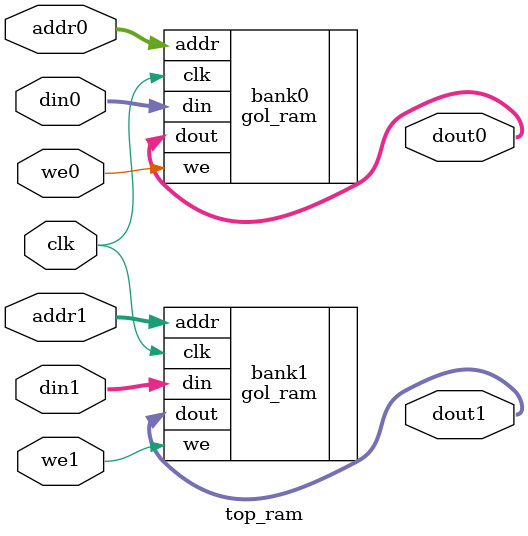
<source format=v>
/**
 * top_ram.v — Minimal top for Segment 1: two gol_ram banks only (for synthesis check).
 * Not the final top; used to verify BRAM inference for 2× 64K×4.
 */
module top_ram (
    input  wire        clk,
    input  wire [15:0] addr0,
    input  wire        we0,
    input  wire [3:0]  din0,
    output wire [3:0]  dout0,
    input  wire [15:0] addr1,
    input  wire        we1,
    input  wire [3:0]  din1,
    output wire [3:0]  dout1
);
    gol_ram bank0 (
        .clk(clk),
        .addr(addr0),
        .we(we0),
        .din(din0),
        .dout(dout0)
    );
    gol_ram bank1 (
        .clk(clk),
        .addr(addr1),
        .we(we1),
        .din(din1),
        .dout(dout1)
    );
endmodule

</source>
